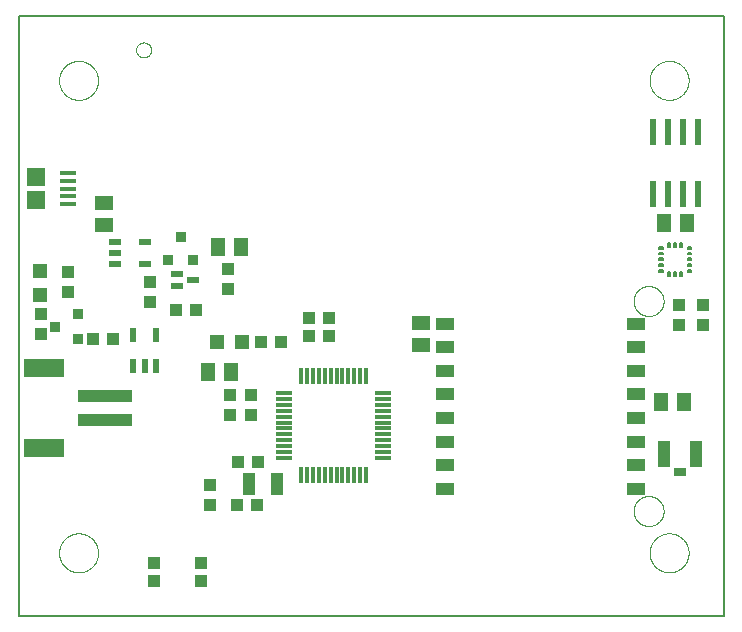
<source format=gtp>
G75*
%MOIN*%
%OFA0B0*%
%FSLAX25Y25*%
%IPPOS*%
%LPD*%
%AMOC8*
5,1,8,0,0,1.08239X$1,22.5*
%
%ADD10C,0.00000*%
%ADD11C,0.00600*%
%ADD12R,0.05906X0.04882*%
%ADD13R,0.03937X0.04331*%
%ADD14R,0.04882X0.05906*%
%ADD15R,0.04724X0.04724*%
%ADD16R,0.04331X0.03937*%
%ADD17R,0.03937X0.03937*%
%ADD18R,0.18110X0.03937*%
%ADD19R,0.13386X0.06299*%
%ADD20R,0.02165X0.04724*%
%ADD21R,0.04331X0.07480*%
%ADD22R,0.04134X0.02165*%
%ADD23R,0.04331X0.01969*%
%ADD24R,0.01181X0.05709*%
%ADD25R,0.05709X0.01181*%
%ADD26R,0.05906X0.03937*%
%ADD27R,0.04134X0.08661*%
%ADD28R,0.03937X0.03150*%
%ADD29C,0.00730*%
%ADD30R,0.02362X0.08661*%
%ADD31R,0.05315X0.01575*%
%ADD32R,0.05906X0.05906*%
%ADD33R,0.03500X0.03200*%
%ADD34R,0.03200X0.03500*%
D10*
X0052595Y0077996D02*
X0052597Y0078157D01*
X0052603Y0078317D01*
X0052613Y0078478D01*
X0052627Y0078638D01*
X0052645Y0078798D01*
X0052666Y0078957D01*
X0052692Y0079116D01*
X0052722Y0079274D01*
X0052755Y0079431D01*
X0052793Y0079588D01*
X0052834Y0079743D01*
X0052879Y0079897D01*
X0052928Y0080050D01*
X0052981Y0080202D01*
X0053037Y0080353D01*
X0053098Y0080502D01*
X0053161Y0080650D01*
X0053229Y0080796D01*
X0053300Y0080940D01*
X0053374Y0081082D01*
X0053452Y0081223D01*
X0053534Y0081361D01*
X0053619Y0081498D01*
X0053707Y0081632D01*
X0053799Y0081764D01*
X0053894Y0081894D01*
X0053992Y0082022D01*
X0054093Y0082147D01*
X0054197Y0082269D01*
X0054304Y0082389D01*
X0054414Y0082506D01*
X0054527Y0082621D01*
X0054643Y0082732D01*
X0054762Y0082841D01*
X0054883Y0082946D01*
X0055007Y0083049D01*
X0055133Y0083149D01*
X0055261Y0083245D01*
X0055392Y0083338D01*
X0055526Y0083428D01*
X0055661Y0083515D01*
X0055799Y0083598D01*
X0055938Y0083678D01*
X0056080Y0083754D01*
X0056223Y0083827D01*
X0056368Y0083896D01*
X0056515Y0083962D01*
X0056663Y0084024D01*
X0056813Y0084082D01*
X0056964Y0084137D01*
X0057117Y0084188D01*
X0057271Y0084235D01*
X0057426Y0084278D01*
X0057582Y0084317D01*
X0057738Y0084353D01*
X0057896Y0084384D01*
X0058054Y0084412D01*
X0058213Y0084436D01*
X0058373Y0084456D01*
X0058533Y0084472D01*
X0058693Y0084484D01*
X0058854Y0084492D01*
X0059015Y0084496D01*
X0059175Y0084496D01*
X0059336Y0084492D01*
X0059497Y0084484D01*
X0059657Y0084472D01*
X0059817Y0084456D01*
X0059977Y0084436D01*
X0060136Y0084412D01*
X0060294Y0084384D01*
X0060452Y0084353D01*
X0060608Y0084317D01*
X0060764Y0084278D01*
X0060919Y0084235D01*
X0061073Y0084188D01*
X0061226Y0084137D01*
X0061377Y0084082D01*
X0061527Y0084024D01*
X0061675Y0083962D01*
X0061822Y0083896D01*
X0061967Y0083827D01*
X0062110Y0083754D01*
X0062252Y0083678D01*
X0062391Y0083598D01*
X0062529Y0083515D01*
X0062664Y0083428D01*
X0062798Y0083338D01*
X0062929Y0083245D01*
X0063057Y0083149D01*
X0063183Y0083049D01*
X0063307Y0082946D01*
X0063428Y0082841D01*
X0063547Y0082732D01*
X0063663Y0082621D01*
X0063776Y0082506D01*
X0063886Y0082389D01*
X0063993Y0082269D01*
X0064097Y0082147D01*
X0064198Y0082022D01*
X0064296Y0081894D01*
X0064391Y0081764D01*
X0064483Y0081632D01*
X0064571Y0081498D01*
X0064656Y0081361D01*
X0064738Y0081223D01*
X0064816Y0081082D01*
X0064890Y0080940D01*
X0064961Y0080796D01*
X0065029Y0080650D01*
X0065092Y0080502D01*
X0065153Y0080353D01*
X0065209Y0080202D01*
X0065262Y0080050D01*
X0065311Y0079897D01*
X0065356Y0079743D01*
X0065397Y0079588D01*
X0065435Y0079431D01*
X0065468Y0079274D01*
X0065498Y0079116D01*
X0065524Y0078957D01*
X0065545Y0078798D01*
X0065563Y0078638D01*
X0065577Y0078478D01*
X0065587Y0078317D01*
X0065593Y0078157D01*
X0065595Y0077996D01*
X0065593Y0077835D01*
X0065587Y0077675D01*
X0065577Y0077514D01*
X0065563Y0077354D01*
X0065545Y0077194D01*
X0065524Y0077035D01*
X0065498Y0076876D01*
X0065468Y0076718D01*
X0065435Y0076561D01*
X0065397Y0076404D01*
X0065356Y0076249D01*
X0065311Y0076095D01*
X0065262Y0075942D01*
X0065209Y0075790D01*
X0065153Y0075639D01*
X0065092Y0075490D01*
X0065029Y0075342D01*
X0064961Y0075196D01*
X0064890Y0075052D01*
X0064816Y0074910D01*
X0064738Y0074769D01*
X0064656Y0074631D01*
X0064571Y0074494D01*
X0064483Y0074360D01*
X0064391Y0074228D01*
X0064296Y0074098D01*
X0064198Y0073970D01*
X0064097Y0073845D01*
X0063993Y0073723D01*
X0063886Y0073603D01*
X0063776Y0073486D01*
X0063663Y0073371D01*
X0063547Y0073260D01*
X0063428Y0073151D01*
X0063307Y0073046D01*
X0063183Y0072943D01*
X0063057Y0072843D01*
X0062929Y0072747D01*
X0062798Y0072654D01*
X0062664Y0072564D01*
X0062529Y0072477D01*
X0062391Y0072394D01*
X0062252Y0072314D01*
X0062110Y0072238D01*
X0061967Y0072165D01*
X0061822Y0072096D01*
X0061675Y0072030D01*
X0061527Y0071968D01*
X0061377Y0071910D01*
X0061226Y0071855D01*
X0061073Y0071804D01*
X0060919Y0071757D01*
X0060764Y0071714D01*
X0060608Y0071675D01*
X0060452Y0071639D01*
X0060294Y0071608D01*
X0060136Y0071580D01*
X0059977Y0071556D01*
X0059817Y0071536D01*
X0059657Y0071520D01*
X0059497Y0071508D01*
X0059336Y0071500D01*
X0059175Y0071496D01*
X0059015Y0071496D01*
X0058854Y0071500D01*
X0058693Y0071508D01*
X0058533Y0071520D01*
X0058373Y0071536D01*
X0058213Y0071556D01*
X0058054Y0071580D01*
X0057896Y0071608D01*
X0057738Y0071639D01*
X0057582Y0071675D01*
X0057426Y0071714D01*
X0057271Y0071757D01*
X0057117Y0071804D01*
X0056964Y0071855D01*
X0056813Y0071910D01*
X0056663Y0071968D01*
X0056515Y0072030D01*
X0056368Y0072096D01*
X0056223Y0072165D01*
X0056080Y0072238D01*
X0055938Y0072314D01*
X0055799Y0072394D01*
X0055661Y0072477D01*
X0055526Y0072564D01*
X0055392Y0072654D01*
X0055261Y0072747D01*
X0055133Y0072843D01*
X0055007Y0072943D01*
X0054883Y0073046D01*
X0054762Y0073151D01*
X0054643Y0073260D01*
X0054527Y0073371D01*
X0054414Y0073486D01*
X0054304Y0073603D01*
X0054197Y0073723D01*
X0054093Y0073845D01*
X0053992Y0073970D01*
X0053894Y0074098D01*
X0053799Y0074228D01*
X0053707Y0074360D01*
X0053619Y0074494D01*
X0053534Y0074631D01*
X0053452Y0074769D01*
X0053374Y0074910D01*
X0053300Y0075052D01*
X0053229Y0075196D01*
X0053161Y0075342D01*
X0053098Y0075490D01*
X0053037Y0075639D01*
X0052981Y0075790D01*
X0052928Y0075942D01*
X0052879Y0076095D01*
X0052834Y0076249D01*
X0052793Y0076404D01*
X0052755Y0076561D01*
X0052722Y0076718D01*
X0052692Y0076876D01*
X0052666Y0077035D01*
X0052645Y0077194D01*
X0052627Y0077354D01*
X0052613Y0077514D01*
X0052603Y0077675D01*
X0052597Y0077835D01*
X0052595Y0077996D01*
X0052595Y0235476D02*
X0052597Y0235637D01*
X0052603Y0235797D01*
X0052613Y0235958D01*
X0052627Y0236118D01*
X0052645Y0236278D01*
X0052666Y0236437D01*
X0052692Y0236596D01*
X0052722Y0236754D01*
X0052755Y0236911D01*
X0052793Y0237068D01*
X0052834Y0237223D01*
X0052879Y0237377D01*
X0052928Y0237530D01*
X0052981Y0237682D01*
X0053037Y0237833D01*
X0053098Y0237982D01*
X0053161Y0238130D01*
X0053229Y0238276D01*
X0053300Y0238420D01*
X0053374Y0238562D01*
X0053452Y0238703D01*
X0053534Y0238841D01*
X0053619Y0238978D01*
X0053707Y0239112D01*
X0053799Y0239244D01*
X0053894Y0239374D01*
X0053992Y0239502D01*
X0054093Y0239627D01*
X0054197Y0239749D01*
X0054304Y0239869D01*
X0054414Y0239986D01*
X0054527Y0240101D01*
X0054643Y0240212D01*
X0054762Y0240321D01*
X0054883Y0240426D01*
X0055007Y0240529D01*
X0055133Y0240629D01*
X0055261Y0240725D01*
X0055392Y0240818D01*
X0055526Y0240908D01*
X0055661Y0240995D01*
X0055799Y0241078D01*
X0055938Y0241158D01*
X0056080Y0241234D01*
X0056223Y0241307D01*
X0056368Y0241376D01*
X0056515Y0241442D01*
X0056663Y0241504D01*
X0056813Y0241562D01*
X0056964Y0241617D01*
X0057117Y0241668D01*
X0057271Y0241715D01*
X0057426Y0241758D01*
X0057582Y0241797D01*
X0057738Y0241833D01*
X0057896Y0241864D01*
X0058054Y0241892D01*
X0058213Y0241916D01*
X0058373Y0241936D01*
X0058533Y0241952D01*
X0058693Y0241964D01*
X0058854Y0241972D01*
X0059015Y0241976D01*
X0059175Y0241976D01*
X0059336Y0241972D01*
X0059497Y0241964D01*
X0059657Y0241952D01*
X0059817Y0241936D01*
X0059977Y0241916D01*
X0060136Y0241892D01*
X0060294Y0241864D01*
X0060452Y0241833D01*
X0060608Y0241797D01*
X0060764Y0241758D01*
X0060919Y0241715D01*
X0061073Y0241668D01*
X0061226Y0241617D01*
X0061377Y0241562D01*
X0061527Y0241504D01*
X0061675Y0241442D01*
X0061822Y0241376D01*
X0061967Y0241307D01*
X0062110Y0241234D01*
X0062252Y0241158D01*
X0062391Y0241078D01*
X0062529Y0240995D01*
X0062664Y0240908D01*
X0062798Y0240818D01*
X0062929Y0240725D01*
X0063057Y0240629D01*
X0063183Y0240529D01*
X0063307Y0240426D01*
X0063428Y0240321D01*
X0063547Y0240212D01*
X0063663Y0240101D01*
X0063776Y0239986D01*
X0063886Y0239869D01*
X0063993Y0239749D01*
X0064097Y0239627D01*
X0064198Y0239502D01*
X0064296Y0239374D01*
X0064391Y0239244D01*
X0064483Y0239112D01*
X0064571Y0238978D01*
X0064656Y0238841D01*
X0064738Y0238703D01*
X0064816Y0238562D01*
X0064890Y0238420D01*
X0064961Y0238276D01*
X0065029Y0238130D01*
X0065092Y0237982D01*
X0065153Y0237833D01*
X0065209Y0237682D01*
X0065262Y0237530D01*
X0065311Y0237377D01*
X0065356Y0237223D01*
X0065397Y0237068D01*
X0065435Y0236911D01*
X0065468Y0236754D01*
X0065498Y0236596D01*
X0065524Y0236437D01*
X0065545Y0236278D01*
X0065563Y0236118D01*
X0065577Y0235958D01*
X0065587Y0235797D01*
X0065593Y0235637D01*
X0065595Y0235476D01*
X0065593Y0235315D01*
X0065587Y0235155D01*
X0065577Y0234994D01*
X0065563Y0234834D01*
X0065545Y0234674D01*
X0065524Y0234515D01*
X0065498Y0234356D01*
X0065468Y0234198D01*
X0065435Y0234041D01*
X0065397Y0233884D01*
X0065356Y0233729D01*
X0065311Y0233575D01*
X0065262Y0233422D01*
X0065209Y0233270D01*
X0065153Y0233119D01*
X0065092Y0232970D01*
X0065029Y0232822D01*
X0064961Y0232676D01*
X0064890Y0232532D01*
X0064816Y0232390D01*
X0064738Y0232249D01*
X0064656Y0232111D01*
X0064571Y0231974D01*
X0064483Y0231840D01*
X0064391Y0231708D01*
X0064296Y0231578D01*
X0064198Y0231450D01*
X0064097Y0231325D01*
X0063993Y0231203D01*
X0063886Y0231083D01*
X0063776Y0230966D01*
X0063663Y0230851D01*
X0063547Y0230740D01*
X0063428Y0230631D01*
X0063307Y0230526D01*
X0063183Y0230423D01*
X0063057Y0230323D01*
X0062929Y0230227D01*
X0062798Y0230134D01*
X0062664Y0230044D01*
X0062529Y0229957D01*
X0062391Y0229874D01*
X0062252Y0229794D01*
X0062110Y0229718D01*
X0061967Y0229645D01*
X0061822Y0229576D01*
X0061675Y0229510D01*
X0061527Y0229448D01*
X0061377Y0229390D01*
X0061226Y0229335D01*
X0061073Y0229284D01*
X0060919Y0229237D01*
X0060764Y0229194D01*
X0060608Y0229155D01*
X0060452Y0229119D01*
X0060294Y0229088D01*
X0060136Y0229060D01*
X0059977Y0229036D01*
X0059817Y0229016D01*
X0059657Y0229000D01*
X0059497Y0228988D01*
X0059336Y0228980D01*
X0059175Y0228976D01*
X0059015Y0228976D01*
X0058854Y0228980D01*
X0058693Y0228988D01*
X0058533Y0229000D01*
X0058373Y0229016D01*
X0058213Y0229036D01*
X0058054Y0229060D01*
X0057896Y0229088D01*
X0057738Y0229119D01*
X0057582Y0229155D01*
X0057426Y0229194D01*
X0057271Y0229237D01*
X0057117Y0229284D01*
X0056964Y0229335D01*
X0056813Y0229390D01*
X0056663Y0229448D01*
X0056515Y0229510D01*
X0056368Y0229576D01*
X0056223Y0229645D01*
X0056080Y0229718D01*
X0055938Y0229794D01*
X0055799Y0229874D01*
X0055661Y0229957D01*
X0055526Y0230044D01*
X0055392Y0230134D01*
X0055261Y0230227D01*
X0055133Y0230323D01*
X0055007Y0230423D01*
X0054883Y0230526D01*
X0054762Y0230631D01*
X0054643Y0230740D01*
X0054527Y0230851D01*
X0054414Y0230966D01*
X0054304Y0231083D01*
X0054197Y0231203D01*
X0054093Y0231325D01*
X0053992Y0231450D01*
X0053894Y0231578D01*
X0053799Y0231708D01*
X0053707Y0231840D01*
X0053619Y0231974D01*
X0053534Y0232111D01*
X0053452Y0232249D01*
X0053374Y0232390D01*
X0053300Y0232532D01*
X0053229Y0232676D01*
X0053161Y0232822D01*
X0053098Y0232970D01*
X0053037Y0233119D01*
X0052981Y0233270D01*
X0052928Y0233422D01*
X0052879Y0233575D01*
X0052834Y0233729D01*
X0052793Y0233884D01*
X0052755Y0234041D01*
X0052722Y0234198D01*
X0052692Y0234356D01*
X0052666Y0234515D01*
X0052645Y0234674D01*
X0052627Y0234834D01*
X0052613Y0234994D01*
X0052603Y0235155D01*
X0052597Y0235315D01*
X0052595Y0235476D01*
X0078268Y0245630D02*
X0078270Y0245729D01*
X0078276Y0245829D01*
X0078286Y0245928D01*
X0078300Y0246026D01*
X0078317Y0246124D01*
X0078339Y0246221D01*
X0078364Y0246317D01*
X0078393Y0246412D01*
X0078426Y0246506D01*
X0078463Y0246598D01*
X0078503Y0246689D01*
X0078547Y0246778D01*
X0078595Y0246866D01*
X0078646Y0246951D01*
X0078700Y0247034D01*
X0078757Y0247116D01*
X0078818Y0247194D01*
X0078882Y0247271D01*
X0078948Y0247344D01*
X0079018Y0247415D01*
X0079090Y0247483D01*
X0079165Y0247549D01*
X0079243Y0247611D01*
X0079323Y0247670D01*
X0079405Y0247726D01*
X0079489Y0247778D01*
X0079576Y0247827D01*
X0079664Y0247873D01*
X0079754Y0247915D01*
X0079846Y0247954D01*
X0079939Y0247989D01*
X0080033Y0248020D01*
X0080129Y0248047D01*
X0080226Y0248070D01*
X0080323Y0248090D01*
X0080421Y0248106D01*
X0080520Y0248118D01*
X0080619Y0248126D01*
X0080718Y0248130D01*
X0080818Y0248130D01*
X0080917Y0248126D01*
X0081016Y0248118D01*
X0081115Y0248106D01*
X0081213Y0248090D01*
X0081310Y0248070D01*
X0081407Y0248047D01*
X0081503Y0248020D01*
X0081597Y0247989D01*
X0081690Y0247954D01*
X0081782Y0247915D01*
X0081872Y0247873D01*
X0081960Y0247827D01*
X0082047Y0247778D01*
X0082131Y0247726D01*
X0082213Y0247670D01*
X0082293Y0247611D01*
X0082371Y0247549D01*
X0082446Y0247483D01*
X0082518Y0247415D01*
X0082588Y0247344D01*
X0082654Y0247271D01*
X0082718Y0247194D01*
X0082779Y0247116D01*
X0082836Y0247034D01*
X0082890Y0246951D01*
X0082941Y0246866D01*
X0082989Y0246778D01*
X0083033Y0246689D01*
X0083073Y0246598D01*
X0083110Y0246506D01*
X0083143Y0246412D01*
X0083172Y0246317D01*
X0083197Y0246221D01*
X0083219Y0246124D01*
X0083236Y0246026D01*
X0083250Y0245928D01*
X0083260Y0245829D01*
X0083266Y0245729D01*
X0083268Y0245630D01*
X0083266Y0245531D01*
X0083260Y0245431D01*
X0083250Y0245332D01*
X0083236Y0245234D01*
X0083219Y0245136D01*
X0083197Y0245039D01*
X0083172Y0244943D01*
X0083143Y0244848D01*
X0083110Y0244754D01*
X0083073Y0244662D01*
X0083033Y0244571D01*
X0082989Y0244482D01*
X0082941Y0244394D01*
X0082890Y0244309D01*
X0082836Y0244226D01*
X0082779Y0244144D01*
X0082718Y0244066D01*
X0082654Y0243989D01*
X0082588Y0243916D01*
X0082518Y0243845D01*
X0082446Y0243777D01*
X0082371Y0243711D01*
X0082293Y0243649D01*
X0082213Y0243590D01*
X0082131Y0243534D01*
X0082047Y0243482D01*
X0081960Y0243433D01*
X0081872Y0243387D01*
X0081782Y0243345D01*
X0081690Y0243306D01*
X0081597Y0243271D01*
X0081503Y0243240D01*
X0081407Y0243213D01*
X0081310Y0243190D01*
X0081213Y0243170D01*
X0081115Y0243154D01*
X0081016Y0243142D01*
X0080917Y0243134D01*
X0080818Y0243130D01*
X0080718Y0243130D01*
X0080619Y0243134D01*
X0080520Y0243142D01*
X0080421Y0243154D01*
X0080323Y0243170D01*
X0080226Y0243190D01*
X0080129Y0243213D01*
X0080033Y0243240D01*
X0079939Y0243271D01*
X0079846Y0243306D01*
X0079754Y0243345D01*
X0079664Y0243387D01*
X0079576Y0243433D01*
X0079489Y0243482D01*
X0079405Y0243534D01*
X0079323Y0243590D01*
X0079243Y0243649D01*
X0079165Y0243711D01*
X0079090Y0243777D01*
X0079018Y0243845D01*
X0078948Y0243916D01*
X0078882Y0243989D01*
X0078818Y0244066D01*
X0078757Y0244144D01*
X0078700Y0244226D01*
X0078646Y0244309D01*
X0078595Y0244394D01*
X0078547Y0244482D01*
X0078503Y0244571D01*
X0078463Y0244662D01*
X0078426Y0244754D01*
X0078393Y0244848D01*
X0078364Y0244943D01*
X0078339Y0245039D01*
X0078317Y0245136D01*
X0078300Y0245234D01*
X0078286Y0245332D01*
X0078276Y0245431D01*
X0078270Y0245531D01*
X0078268Y0245630D01*
X0244095Y0161933D02*
X0244097Y0162074D01*
X0244103Y0162215D01*
X0244113Y0162355D01*
X0244127Y0162495D01*
X0244145Y0162635D01*
X0244166Y0162774D01*
X0244192Y0162913D01*
X0244221Y0163051D01*
X0244255Y0163187D01*
X0244292Y0163323D01*
X0244333Y0163458D01*
X0244378Y0163592D01*
X0244427Y0163724D01*
X0244479Y0163855D01*
X0244535Y0163984D01*
X0244595Y0164111D01*
X0244658Y0164237D01*
X0244724Y0164361D01*
X0244795Y0164484D01*
X0244868Y0164604D01*
X0244945Y0164722D01*
X0245025Y0164838D01*
X0245109Y0164951D01*
X0245195Y0165062D01*
X0245285Y0165171D01*
X0245378Y0165277D01*
X0245473Y0165380D01*
X0245572Y0165481D01*
X0245673Y0165579D01*
X0245777Y0165674D01*
X0245884Y0165766D01*
X0245993Y0165855D01*
X0246105Y0165940D01*
X0246219Y0166023D01*
X0246335Y0166103D01*
X0246454Y0166179D01*
X0246575Y0166251D01*
X0246697Y0166321D01*
X0246822Y0166386D01*
X0246948Y0166449D01*
X0247076Y0166507D01*
X0247206Y0166562D01*
X0247337Y0166614D01*
X0247470Y0166661D01*
X0247604Y0166705D01*
X0247739Y0166746D01*
X0247875Y0166782D01*
X0248012Y0166814D01*
X0248150Y0166843D01*
X0248288Y0166868D01*
X0248428Y0166888D01*
X0248568Y0166905D01*
X0248708Y0166918D01*
X0248849Y0166927D01*
X0248989Y0166932D01*
X0249130Y0166933D01*
X0249271Y0166930D01*
X0249412Y0166923D01*
X0249552Y0166912D01*
X0249692Y0166897D01*
X0249832Y0166878D01*
X0249971Y0166856D01*
X0250109Y0166829D01*
X0250247Y0166799D01*
X0250383Y0166764D01*
X0250519Y0166726D01*
X0250653Y0166684D01*
X0250787Y0166638D01*
X0250919Y0166589D01*
X0251049Y0166535D01*
X0251178Y0166478D01*
X0251305Y0166418D01*
X0251431Y0166354D01*
X0251554Y0166286D01*
X0251676Y0166215D01*
X0251796Y0166141D01*
X0251913Y0166063D01*
X0252028Y0165982D01*
X0252141Y0165898D01*
X0252252Y0165811D01*
X0252360Y0165720D01*
X0252465Y0165627D01*
X0252568Y0165530D01*
X0252668Y0165431D01*
X0252765Y0165329D01*
X0252859Y0165224D01*
X0252950Y0165117D01*
X0253038Y0165007D01*
X0253123Y0164895D01*
X0253205Y0164780D01*
X0253284Y0164663D01*
X0253359Y0164544D01*
X0253431Y0164423D01*
X0253499Y0164300D01*
X0253564Y0164175D01*
X0253626Y0164048D01*
X0253683Y0163919D01*
X0253738Y0163789D01*
X0253788Y0163658D01*
X0253835Y0163525D01*
X0253878Y0163391D01*
X0253917Y0163255D01*
X0253952Y0163119D01*
X0253984Y0162982D01*
X0254011Y0162844D01*
X0254035Y0162705D01*
X0254055Y0162565D01*
X0254071Y0162425D01*
X0254083Y0162285D01*
X0254091Y0162144D01*
X0254095Y0162003D01*
X0254095Y0161863D01*
X0254091Y0161722D01*
X0254083Y0161581D01*
X0254071Y0161441D01*
X0254055Y0161301D01*
X0254035Y0161161D01*
X0254011Y0161022D01*
X0253984Y0160884D01*
X0253952Y0160747D01*
X0253917Y0160611D01*
X0253878Y0160475D01*
X0253835Y0160341D01*
X0253788Y0160208D01*
X0253738Y0160077D01*
X0253683Y0159947D01*
X0253626Y0159818D01*
X0253564Y0159691D01*
X0253499Y0159566D01*
X0253431Y0159443D01*
X0253359Y0159322D01*
X0253284Y0159203D01*
X0253205Y0159086D01*
X0253123Y0158971D01*
X0253038Y0158859D01*
X0252950Y0158749D01*
X0252859Y0158642D01*
X0252765Y0158537D01*
X0252668Y0158435D01*
X0252568Y0158336D01*
X0252465Y0158239D01*
X0252360Y0158146D01*
X0252252Y0158055D01*
X0252141Y0157968D01*
X0252028Y0157884D01*
X0251913Y0157803D01*
X0251796Y0157725D01*
X0251676Y0157651D01*
X0251554Y0157580D01*
X0251431Y0157512D01*
X0251305Y0157448D01*
X0251178Y0157388D01*
X0251049Y0157331D01*
X0250919Y0157277D01*
X0250787Y0157228D01*
X0250653Y0157182D01*
X0250519Y0157140D01*
X0250383Y0157102D01*
X0250247Y0157067D01*
X0250109Y0157037D01*
X0249971Y0157010D01*
X0249832Y0156988D01*
X0249692Y0156969D01*
X0249552Y0156954D01*
X0249412Y0156943D01*
X0249271Y0156936D01*
X0249130Y0156933D01*
X0248989Y0156934D01*
X0248849Y0156939D01*
X0248708Y0156948D01*
X0248568Y0156961D01*
X0248428Y0156978D01*
X0248288Y0156998D01*
X0248150Y0157023D01*
X0248012Y0157052D01*
X0247875Y0157084D01*
X0247739Y0157120D01*
X0247604Y0157161D01*
X0247470Y0157205D01*
X0247337Y0157252D01*
X0247206Y0157304D01*
X0247076Y0157359D01*
X0246948Y0157417D01*
X0246822Y0157480D01*
X0246697Y0157545D01*
X0246575Y0157615D01*
X0246454Y0157687D01*
X0246335Y0157763D01*
X0246219Y0157843D01*
X0246105Y0157926D01*
X0245993Y0158011D01*
X0245884Y0158100D01*
X0245777Y0158192D01*
X0245673Y0158287D01*
X0245572Y0158385D01*
X0245473Y0158486D01*
X0245378Y0158589D01*
X0245285Y0158695D01*
X0245195Y0158804D01*
X0245109Y0158915D01*
X0245025Y0159028D01*
X0244945Y0159144D01*
X0244868Y0159262D01*
X0244795Y0159382D01*
X0244724Y0159505D01*
X0244658Y0159629D01*
X0244595Y0159755D01*
X0244535Y0159882D01*
X0244479Y0160011D01*
X0244427Y0160142D01*
X0244378Y0160274D01*
X0244333Y0160408D01*
X0244292Y0160543D01*
X0244255Y0160679D01*
X0244221Y0160815D01*
X0244192Y0160953D01*
X0244166Y0161092D01*
X0244145Y0161231D01*
X0244127Y0161371D01*
X0244113Y0161511D01*
X0244103Y0161651D01*
X0244097Y0161792D01*
X0244095Y0161933D01*
X0244095Y0091933D02*
X0244097Y0092074D01*
X0244103Y0092215D01*
X0244113Y0092355D01*
X0244127Y0092495D01*
X0244145Y0092635D01*
X0244166Y0092774D01*
X0244192Y0092913D01*
X0244221Y0093051D01*
X0244255Y0093187D01*
X0244292Y0093323D01*
X0244333Y0093458D01*
X0244378Y0093592D01*
X0244427Y0093724D01*
X0244479Y0093855D01*
X0244535Y0093984D01*
X0244595Y0094111D01*
X0244658Y0094237D01*
X0244724Y0094361D01*
X0244795Y0094484D01*
X0244868Y0094604D01*
X0244945Y0094722D01*
X0245025Y0094838D01*
X0245109Y0094951D01*
X0245195Y0095062D01*
X0245285Y0095171D01*
X0245378Y0095277D01*
X0245473Y0095380D01*
X0245572Y0095481D01*
X0245673Y0095579D01*
X0245777Y0095674D01*
X0245884Y0095766D01*
X0245993Y0095855D01*
X0246105Y0095940D01*
X0246219Y0096023D01*
X0246335Y0096103D01*
X0246454Y0096179D01*
X0246575Y0096251D01*
X0246697Y0096321D01*
X0246822Y0096386D01*
X0246948Y0096449D01*
X0247076Y0096507D01*
X0247206Y0096562D01*
X0247337Y0096614D01*
X0247470Y0096661D01*
X0247604Y0096705D01*
X0247739Y0096746D01*
X0247875Y0096782D01*
X0248012Y0096814D01*
X0248150Y0096843D01*
X0248288Y0096868D01*
X0248428Y0096888D01*
X0248568Y0096905D01*
X0248708Y0096918D01*
X0248849Y0096927D01*
X0248989Y0096932D01*
X0249130Y0096933D01*
X0249271Y0096930D01*
X0249412Y0096923D01*
X0249552Y0096912D01*
X0249692Y0096897D01*
X0249832Y0096878D01*
X0249971Y0096856D01*
X0250109Y0096829D01*
X0250247Y0096799D01*
X0250383Y0096764D01*
X0250519Y0096726D01*
X0250653Y0096684D01*
X0250787Y0096638D01*
X0250919Y0096589D01*
X0251049Y0096535D01*
X0251178Y0096478D01*
X0251305Y0096418D01*
X0251431Y0096354D01*
X0251554Y0096286D01*
X0251676Y0096215D01*
X0251796Y0096141D01*
X0251913Y0096063D01*
X0252028Y0095982D01*
X0252141Y0095898D01*
X0252252Y0095811D01*
X0252360Y0095720D01*
X0252465Y0095627D01*
X0252568Y0095530D01*
X0252668Y0095431D01*
X0252765Y0095329D01*
X0252859Y0095224D01*
X0252950Y0095117D01*
X0253038Y0095007D01*
X0253123Y0094895D01*
X0253205Y0094780D01*
X0253284Y0094663D01*
X0253359Y0094544D01*
X0253431Y0094423D01*
X0253499Y0094300D01*
X0253564Y0094175D01*
X0253626Y0094048D01*
X0253683Y0093919D01*
X0253738Y0093789D01*
X0253788Y0093658D01*
X0253835Y0093525D01*
X0253878Y0093391D01*
X0253917Y0093255D01*
X0253952Y0093119D01*
X0253984Y0092982D01*
X0254011Y0092844D01*
X0254035Y0092705D01*
X0254055Y0092565D01*
X0254071Y0092425D01*
X0254083Y0092285D01*
X0254091Y0092144D01*
X0254095Y0092003D01*
X0254095Y0091863D01*
X0254091Y0091722D01*
X0254083Y0091581D01*
X0254071Y0091441D01*
X0254055Y0091301D01*
X0254035Y0091161D01*
X0254011Y0091022D01*
X0253984Y0090884D01*
X0253952Y0090747D01*
X0253917Y0090611D01*
X0253878Y0090475D01*
X0253835Y0090341D01*
X0253788Y0090208D01*
X0253738Y0090077D01*
X0253683Y0089947D01*
X0253626Y0089818D01*
X0253564Y0089691D01*
X0253499Y0089566D01*
X0253431Y0089443D01*
X0253359Y0089322D01*
X0253284Y0089203D01*
X0253205Y0089086D01*
X0253123Y0088971D01*
X0253038Y0088859D01*
X0252950Y0088749D01*
X0252859Y0088642D01*
X0252765Y0088537D01*
X0252668Y0088435D01*
X0252568Y0088336D01*
X0252465Y0088239D01*
X0252360Y0088146D01*
X0252252Y0088055D01*
X0252141Y0087968D01*
X0252028Y0087884D01*
X0251913Y0087803D01*
X0251796Y0087725D01*
X0251676Y0087651D01*
X0251554Y0087580D01*
X0251431Y0087512D01*
X0251305Y0087448D01*
X0251178Y0087388D01*
X0251049Y0087331D01*
X0250919Y0087277D01*
X0250787Y0087228D01*
X0250653Y0087182D01*
X0250519Y0087140D01*
X0250383Y0087102D01*
X0250247Y0087067D01*
X0250109Y0087037D01*
X0249971Y0087010D01*
X0249832Y0086988D01*
X0249692Y0086969D01*
X0249552Y0086954D01*
X0249412Y0086943D01*
X0249271Y0086936D01*
X0249130Y0086933D01*
X0248989Y0086934D01*
X0248849Y0086939D01*
X0248708Y0086948D01*
X0248568Y0086961D01*
X0248428Y0086978D01*
X0248288Y0086998D01*
X0248150Y0087023D01*
X0248012Y0087052D01*
X0247875Y0087084D01*
X0247739Y0087120D01*
X0247604Y0087161D01*
X0247470Y0087205D01*
X0247337Y0087252D01*
X0247206Y0087304D01*
X0247076Y0087359D01*
X0246948Y0087417D01*
X0246822Y0087480D01*
X0246697Y0087545D01*
X0246575Y0087615D01*
X0246454Y0087687D01*
X0246335Y0087763D01*
X0246219Y0087843D01*
X0246105Y0087926D01*
X0245993Y0088011D01*
X0245884Y0088100D01*
X0245777Y0088192D01*
X0245673Y0088287D01*
X0245572Y0088385D01*
X0245473Y0088486D01*
X0245378Y0088589D01*
X0245285Y0088695D01*
X0245195Y0088804D01*
X0245109Y0088915D01*
X0245025Y0089028D01*
X0244945Y0089144D01*
X0244868Y0089262D01*
X0244795Y0089382D01*
X0244724Y0089505D01*
X0244658Y0089629D01*
X0244595Y0089755D01*
X0244535Y0089882D01*
X0244479Y0090011D01*
X0244427Y0090142D01*
X0244378Y0090274D01*
X0244333Y0090408D01*
X0244292Y0090543D01*
X0244255Y0090679D01*
X0244221Y0090815D01*
X0244192Y0090953D01*
X0244166Y0091092D01*
X0244145Y0091231D01*
X0244127Y0091371D01*
X0244113Y0091511D01*
X0244103Y0091651D01*
X0244097Y0091792D01*
X0244095Y0091933D01*
X0249446Y0077996D02*
X0249448Y0078157D01*
X0249454Y0078317D01*
X0249464Y0078478D01*
X0249478Y0078638D01*
X0249496Y0078798D01*
X0249517Y0078957D01*
X0249543Y0079116D01*
X0249573Y0079274D01*
X0249606Y0079431D01*
X0249644Y0079588D01*
X0249685Y0079743D01*
X0249730Y0079897D01*
X0249779Y0080050D01*
X0249832Y0080202D01*
X0249888Y0080353D01*
X0249949Y0080502D01*
X0250012Y0080650D01*
X0250080Y0080796D01*
X0250151Y0080940D01*
X0250225Y0081082D01*
X0250303Y0081223D01*
X0250385Y0081361D01*
X0250470Y0081498D01*
X0250558Y0081632D01*
X0250650Y0081764D01*
X0250745Y0081894D01*
X0250843Y0082022D01*
X0250944Y0082147D01*
X0251048Y0082269D01*
X0251155Y0082389D01*
X0251265Y0082506D01*
X0251378Y0082621D01*
X0251494Y0082732D01*
X0251613Y0082841D01*
X0251734Y0082946D01*
X0251858Y0083049D01*
X0251984Y0083149D01*
X0252112Y0083245D01*
X0252243Y0083338D01*
X0252377Y0083428D01*
X0252512Y0083515D01*
X0252650Y0083598D01*
X0252789Y0083678D01*
X0252931Y0083754D01*
X0253074Y0083827D01*
X0253219Y0083896D01*
X0253366Y0083962D01*
X0253514Y0084024D01*
X0253664Y0084082D01*
X0253815Y0084137D01*
X0253968Y0084188D01*
X0254122Y0084235D01*
X0254277Y0084278D01*
X0254433Y0084317D01*
X0254589Y0084353D01*
X0254747Y0084384D01*
X0254905Y0084412D01*
X0255064Y0084436D01*
X0255224Y0084456D01*
X0255384Y0084472D01*
X0255544Y0084484D01*
X0255705Y0084492D01*
X0255866Y0084496D01*
X0256026Y0084496D01*
X0256187Y0084492D01*
X0256348Y0084484D01*
X0256508Y0084472D01*
X0256668Y0084456D01*
X0256828Y0084436D01*
X0256987Y0084412D01*
X0257145Y0084384D01*
X0257303Y0084353D01*
X0257459Y0084317D01*
X0257615Y0084278D01*
X0257770Y0084235D01*
X0257924Y0084188D01*
X0258077Y0084137D01*
X0258228Y0084082D01*
X0258378Y0084024D01*
X0258526Y0083962D01*
X0258673Y0083896D01*
X0258818Y0083827D01*
X0258961Y0083754D01*
X0259103Y0083678D01*
X0259242Y0083598D01*
X0259380Y0083515D01*
X0259515Y0083428D01*
X0259649Y0083338D01*
X0259780Y0083245D01*
X0259908Y0083149D01*
X0260034Y0083049D01*
X0260158Y0082946D01*
X0260279Y0082841D01*
X0260398Y0082732D01*
X0260514Y0082621D01*
X0260627Y0082506D01*
X0260737Y0082389D01*
X0260844Y0082269D01*
X0260948Y0082147D01*
X0261049Y0082022D01*
X0261147Y0081894D01*
X0261242Y0081764D01*
X0261334Y0081632D01*
X0261422Y0081498D01*
X0261507Y0081361D01*
X0261589Y0081223D01*
X0261667Y0081082D01*
X0261741Y0080940D01*
X0261812Y0080796D01*
X0261880Y0080650D01*
X0261943Y0080502D01*
X0262004Y0080353D01*
X0262060Y0080202D01*
X0262113Y0080050D01*
X0262162Y0079897D01*
X0262207Y0079743D01*
X0262248Y0079588D01*
X0262286Y0079431D01*
X0262319Y0079274D01*
X0262349Y0079116D01*
X0262375Y0078957D01*
X0262396Y0078798D01*
X0262414Y0078638D01*
X0262428Y0078478D01*
X0262438Y0078317D01*
X0262444Y0078157D01*
X0262446Y0077996D01*
X0262444Y0077835D01*
X0262438Y0077675D01*
X0262428Y0077514D01*
X0262414Y0077354D01*
X0262396Y0077194D01*
X0262375Y0077035D01*
X0262349Y0076876D01*
X0262319Y0076718D01*
X0262286Y0076561D01*
X0262248Y0076404D01*
X0262207Y0076249D01*
X0262162Y0076095D01*
X0262113Y0075942D01*
X0262060Y0075790D01*
X0262004Y0075639D01*
X0261943Y0075490D01*
X0261880Y0075342D01*
X0261812Y0075196D01*
X0261741Y0075052D01*
X0261667Y0074910D01*
X0261589Y0074769D01*
X0261507Y0074631D01*
X0261422Y0074494D01*
X0261334Y0074360D01*
X0261242Y0074228D01*
X0261147Y0074098D01*
X0261049Y0073970D01*
X0260948Y0073845D01*
X0260844Y0073723D01*
X0260737Y0073603D01*
X0260627Y0073486D01*
X0260514Y0073371D01*
X0260398Y0073260D01*
X0260279Y0073151D01*
X0260158Y0073046D01*
X0260034Y0072943D01*
X0259908Y0072843D01*
X0259780Y0072747D01*
X0259649Y0072654D01*
X0259515Y0072564D01*
X0259380Y0072477D01*
X0259242Y0072394D01*
X0259103Y0072314D01*
X0258961Y0072238D01*
X0258818Y0072165D01*
X0258673Y0072096D01*
X0258526Y0072030D01*
X0258378Y0071968D01*
X0258228Y0071910D01*
X0258077Y0071855D01*
X0257924Y0071804D01*
X0257770Y0071757D01*
X0257615Y0071714D01*
X0257459Y0071675D01*
X0257303Y0071639D01*
X0257145Y0071608D01*
X0256987Y0071580D01*
X0256828Y0071556D01*
X0256668Y0071536D01*
X0256508Y0071520D01*
X0256348Y0071508D01*
X0256187Y0071500D01*
X0256026Y0071496D01*
X0255866Y0071496D01*
X0255705Y0071500D01*
X0255544Y0071508D01*
X0255384Y0071520D01*
X0255224Y0071536D01*
X0255064Y0071556D01*
X0254905Y0071580D01*
X0254747Y0071608D01*
X0254589Y0071639D01*
X0254433Y0071675D01*
X0254277Y0071714D01*
X0254122Y0071757D01*
X0253968Y0071804D01*
X0253815Y0071855D01*
X0253664Y0071910D01*
X0253514Y0071968D01*
X0253366Y0072030D01*
X0253219Y0072096D01*
X0253074Y0072165D01*
X0252931Y0072238D01*
X0252789Y0072314D01*
X0252650Y0072394D01*
X0252512Y0072477D01*
X0252377Y0072564D01*
X0252243Y0072654D01*
X0252112Y0072747D01*
X0251984Y0072843D01*
X0251858Y0072943D01*
X0251734Y0073046D01*
X0251613Y0073151D01*
X0251494Y0073260D01*
X0251378Y0073371D01*
X0251265Y0073486D01*
X0251155Y0073603D01*
X0251048Y0073723D01*
X0250944Y0073845D01*
X0250843Y0073970D01*
X0250745Y0074098D01*
X0250650Y0074228D01*
X0250558Y0074360D01*
X0250470Y0074494D01*
X0250385Y0074631D01*
X0250303Y0074769D01*
X0250225Y0074910D01*
X0250151Y0075052D01*
X0250080Y0075196D01*
X0250012Y0075342D01*
X0249949Y0075490D01*
X0249888Y0075639D01*
X0249832Y0075790D01*
X0249779Y0075942D01*
X0249730Y0076095D01*
X0249685Y0076249D01*
X0249644Y0076404D01*
X0249606Y0076561D01*
X0249573Y0076718D01*
X0249543Y0076876D01*
X0249517Y0077035D01*
X0249496Y0077194D01*
X0249478Y0077354D01*
X0249464Y0077514D01*
X0249454Y0077675D01*
X0249448Y0077835D01*
X0249446Y0077996D01*
X0249446Y0235476D02*
X0249448Y0235637D01*
X0249454Y0235797D01*
X0249464Y0235958D01*
X0249478Y0236118D01*
X0249496Y0236278D01*
X0249517Y0236437D01*
X0249543Y0236596D01*
X0249573Y0236754D01*
X0249606Y0236911D01*
X0249644Y0237068D01*
X0249685Y0237223D01*
X0249730Y0237377D01*
X0249779Y0237530D01*
X0249832Y0237682D01*
X0249888Y0237833D01*
X0249949Y0237982D01*
X0250012Y0238130D01*
X0250080Y0238276D01*
X0250151Y0238420D01*
X0250225Y0238562D01*
X0250303Y0238703D01*
X0250385Y0238841D01*
X0250470Y0238978D01*
X0250558Y0239112D01*
X0250650Y0239244D01*
X0250745Y0239374D01*
X0250843Y0239502D01*
X0250944Y0239627D01*
X0251048Y0239749D01*
X0251155Y0239869D01*
X0251265Y0239986D01*
X0251378Y0240101D01*
X0251494Y0240212D01*
X0251613Y0240321D01*
X0251734Y0240426D01*
X0251858Y0240529D01*
X0251984Y0240629D01*
X0252112Y0240725D01*
X0252243Y0240818D01*
X0252377Y0240908D01*
X0252512Y0240995D01*
X0252650Y0241078D01*
X0252789Y0241158D01*
X0252931Y0241234D01*
X0253074Y0241307D01*
X0253219Y0241376D01*
X0253366Y0241442D01*
X0253514Y0241504D01*
X0253664Y0241562D01*
X0253815Y0241617D01*
X0253968Y0241668D01*
X0254122Y0241715D01*
X0254277Y0241758D01*
X0254433Y0241797D01*
X0254589Y0241833D01*
X0254747Y0241864D01*
X0254905Y0241892D01*
X0255064Y0241916D01*
X0255224Y0241936D01*
X0255384Y0241952D01*
X0255544Y0241964D01*
X0255705Y0241972D01*
X0255866Y0241976D01*
X0256026Y0241976D01*
X0256187Y0241972D01*
X0256348Y0241964D01*
X0256508Y0241952D01*
X0256668Y0241936D01*
X0256828Y0241916D01*
X0256987Y0241892D01*
X0257145Y0241864D01*
X0257303Y0241833D01*
X0257459Y0241797D01*
X0257615Y0241758D01*
X0257770Y0241715D01*
X0257924Y0241668D01*
X0258077Y0241617D01*
X0258228Y0241562D01*
X0258378Y0241504D01*
X0258526Y0241442D01*
X0258673Y0241376D01*
X0258818Y0241307D01*
X0258961Y0241234D01*
X0259103Y0241158D01*
X0259242Y0241078D01*
X0259380Y0240995D01*
X0259515Y0240908D01*
X0259649Y0240818D01*
X0259780Y0240725D01*
X0259908Y0240629D01*
X0260034Y0240529D01*
X0260158Y0240426D01*
X0260279Y0240321D01*
X0260398Y0240212D01*
X0260514Y0240101D01*
X0260627Y0239986D01*
X0260737Y0239869D01*
X0260844Y0239749D01*
X0260948Y0239627D01*
X0261049Y0239502D01*
X0261147Y0239374D01*
X0261242Y0239244D01*
X0261334Y0239112D01*
X0261422Y0238978D01*
X0261507Y0238841D01*
X0261589Y0238703D01*
X0261667Y0238562D01*
X0261741Y0238420D01*
X0261812Y0238276D01*
X0261880Y0238130D01*
X0261943Y0237982D01*
X0262004Y0237833D01*
X0262060Y0237682D01*
X0262113Y0237530D01*
X0262162Y0237377D01*
X0262207Y0237223D01*
X0262248Y0237068D01*
X0262286Y0236911D01*
X0262319Y0236754D01*
X0262349Y0236596D01*
X0262375Y0236437D01*
X0262396Y0236278D01*
X0262414Y0236118D01*
X0262428Y0235958D01*
X0262438Y0235797D01*
X0262444Y0235637D01*
X0262446Y0235476D01*
X0262444Y0235315D01*
X0262438Y0235155D01*
X0262428Y0234994D01*
X0262414Y0234834D01*
X0262396Y0234674D01*
X0262375Y0234515D01*
X0262349Y0234356D01*
X0262319Y0234198D01*
X0262286Y0234041D01*
X0262248Y0233884D01*
X0262207Y0233729D01*
X0262162Y0233575D01*
X0262113Y0233422D01*
X0262060Y0233270D01*
X0262004Y0233119D01*
X0261943Y0232970D01*
X0261880Y0232822D01*
X0261812Y0232676D01*
X0261741Y0232532D01*
X0261667Y0232390D01*
X0261589Y0232249D01*
X0261507Y0232111D01*
X0261422Y0231974D01*
X0261334Y0231840D01*
X0261242Y0231708D01*
X0261147Y0231578D01*
X0261049Y0231450D01*
X0260948Y0231325D01*
X0260844Y0231203D01*
X0260737Y0231083D01*
X0260627Y0230966D01*
X0260514Y0230851D01*
X0260398Y0230740D01*
X0260279Y0230631D01*
X0260158Y0230526D01*
X0260034Y0230423D01*
X0259908Y0230323D01*
X0259780Y0230227D01*
X0259649Y0230134D01*
X0259515Y0230044D01*
X0259380Y0229957D01*
X0259242Y0229874D01*
X0259103Y0229794D01*
X0258961Y0229718D01*
X0258818Y0229645D01*
X0258673Y0229576D01*
X0258526Y0229510D01*
X0258378Y0229448D01*
X0258228Y0229390D01*
X0258077Y0229335D01*
X0257924Y0229284D01*
X0257770Y0229237D01*
X0257615Y0229194D01*
X0257459Y0229155D01*
X0257303Y0229119D01*
X0257145Y0229088D01*
X0256987Y0229060D01*
X0256828Y0229036D01*
X0256668Y0229016D01*
X0256508Y0229000D01*
X0256348Y0228988D01*
X0256187Y0228980D01*
X0256026Y0228976D01*
X0255866Y0228976D01*
X0255705Y0228980D01*
X0255544Y0228988D01*
X0255384Y0229000D01*
X0255224Y0229016D01*
X0255064Y0229036D01*
X0254905Y0229060D01*
X0254747Y0229088D01*
X0254589Y0229119D01*
X0254433Y0229155D01*
X0254277Y0229194D01*
X0254122Y0229237D01*
X0253968Y0229284D01*
X0253815Y0229335D01*
X0253664Y0229390D01*
X0253514Y0229448D01*
X0253366Y0229510D01*
X0253219Y0229576D01*
X0253074Y0229645D01*
X0252931Y0229718D01*
X0252789Y0229794D01*
X0252650Y0229874D01*
X0252512Y0229957D01*
X0252377Y0230044D01*
X0252243Y0230134D01*
X0252112Y0230227D01*
X0251984Y0230323D01*
X0251858Y0230423D01*
X0251734Y0230526D01*
X0251613Y0230631D01*
X0251494Y0230740D01*
X0251378Y0230851D01*
X0251265Y0230966D01*
X0251155Y0231083D01*
X0251048Y0231203D01*
X0250944Y0231325D01*
X0250843Y0231450D01*
X0250745Y0231578D01*
X0250650Y0231708D01*
X0250558Y0231840D01*
X0250470Y0231974D01*
X0250385Y0232111D01*
X0250303Y0232249D01*
X0250225Y0232390D01*
X0250151Y0232532D01*
X0250080Y0232676D01*
X0250012Y0232822D01*
X0249949Y0232970D01*
X0249888Y0233119D01*
X0249832Y0233270D01*
X0249779Y0233422D01*
X0249730Y0233575D01*
X0249685Y0233729D01*
X0249644Y0233884D01*
X0249606Y0234041D01*
X0249573Y0234198D01*
X0249543Y0234356D01*
X0249517Y0234515D01*
X0249496Y0234674D01*
X0249478Y0234834D01*
X0249464Y0234994D01*
X0249454Y0235155D01*
X0249448Y0235315D01*
X0249446Y0235476D01*
D11*
X0039095Y0256933D02*
X0039095Y0056933D01*
X0274095Y0056933D01*
X0274095Y0256933D01*
X0039095Y0256933D01*
D12*
X0067438Y0194693D03*
X0067438Y0187213D03*
X0173095Y0154673D03*
X0173095Y0147193D03*
D13*
X0116595Y0130780D03*
X0116595Y0124087D03*
X0109662Y0123787D03*
X0109662Y0130480D03*
X0102990Y0100480D03*
X0102990Y0093787D03*
X0046595Y0151087D03*
X0046595Y0157780D03*
X0055595Y0165087D03*
X0055595Y0171780D03*
X0091544Y0159059D03*
X0098237Y0159059D03*
X0259095Y0160780D03*
X0259095Y0154087D03*
X0267095Y0154087D03*
X0267095Y0160780D03*
D14*
X0261835Y0187933D03*
X0254355Y0187933D03*
X0253367Y0128382D03*
X0260847Y0128382D03*
X0113072Y0179992D03*
X0105591Y0179992D03*
X0102355Y0138433D03*
X0109835Y0138433D03*
D15*
X0113642Y0148276D03*
X0105375Y0148276D03*
X0046095Y0163799D03*
X0046095Y0172067D03*
D16*
X0063749Y0149433D03*
X0070442Y0149433D03*
X0083028Y0161606D03*
X0083028Y0168299D03*
X0108973Y0165850D03*
X0108973Y0172543D03*
X0119749Y0148433D03*
X0126442Y0148433D03*
X0135749Y0150433D03*
X0135749Y0156433D03*
X0142442Y0156433D03*
X0142442Y0150433D03*
X0118942Y0108433D03*
X0112249Y0108433D03*
X0111749Y0093933D03*
X0118442Y0093933D03*
D17*
X0099906Y0074776D03*
X0099906Y0068476D03*
X0084158Y0068476D03*
X0084158Y0074776D03*
D18*
X0068028Y0122433D03*
X0068028Y0130307D03*
D19*
X0047556Y0139756D03*
X0047556Y0112984D03*
D20*
X0077355Y0140315D03*
X0081095Y0140315D03*
X0084835Y0140315D03*
X0084835Y0150552D03*
X0077355Y0150552D03*
D21*
X0115871Y0100933D03*
X0125320Y0100933D03*
D22*
X0081347Y0174134D03*
X0081347Y0181614D03*
X0071111Y0181614D03*
X0071111Y0177874D03*
X0071111Y0174134D03*
D23*
X0092036Y0170902D03*
X0092036Y0166965D03*
X0097154Y0168933D03*
D24*
X0133268Y0136969D03*
X0135237Y0136969D03*
X0137205Y0136969D03*
X0139174Y0136969D03*
X0141142Y0136969D03*
X0143111Y0136969D03*
X0145079Y0136969D03*
X0147048Y0136969D03*
X0149016Y0136969D03*
X0150985Y0136969D03*
X0152953Y0136969D03*
X0154922Y0136850D03*
X0154922Y0103898D03*
X0152953Y0103898D03*
X0150985Y0103898D03*
X0149016Y0103898D03*
X0147048Y0103898D03*
X0145079Y0103898D03*
X0143111Y0103898D03*
X0141142Y0103898D03*
X0139174Y0103898D03*
X0137205Y0103898D03*
X0135237Y0103898D03*
X0133268Y0103898D03*
D25*
X0127560Y0109606D03*
X0127560Y0111575D03*
X0127560Y0113543D03*
X0127560Y0115512D03*
X0127560Y0117480D03*
X0127560Y0119449D03*
X0127560Y0121417D03*
X0127560Y0123386D03*
X0127560Y0125354D03*
X0127560Y0127323D03*
X0127560Y0129291D03*
X0127560Y0131260D03*
X0160631Y0131260D03*
X0160631Y0129291D03*
X0160631Y0127323D03*
X0160631Y0125354D03*
X0160631Y0123386D03*
X0160631Y0121417D03*
X0160631Y0119449D03*
X0160631Y0117480D03*
X0160631Y0115512D03*
X0160631Y0113543D03*
X0160631Y0111575D03*
X0160631Y0109606D03*
D26*
X0181072Y0107161D03*
X0181072Y0099287D03*
X0181072Y0115035D03*
X0181072Y0122909D03*
X0181072Y0130783D03*
X0181072Y0138657D03*
X0181072Y0146531D03*
X0181072Y0154406D03*
X0244851Y0154406D03*
X0244851Y0146531D03*
X0244851Y0138657D03*
X0244851Y0130783D03*
X0244851Y0122909D03*
X0244851Y0115035D03*
X0244851Y0107161D03*
X0244851Y0099287D03*
D27*
X0254079Y0110858D03*
X0264906Y0110858D03*
D28*
X0259493Y0104854D03*
D29*
X0260203Y0170330D02*
X0260203Y0171646D01*
X0260203Y0170330D02*
X0259555Y0170330D01*
X0259555Y0171646D01*
X0260203Y0171646D01*
X0260203Y0171023D02*
X0259555Y0171023D01*
X0258234Y0171646D02*
X0258234Y0170330D01*
X0257586Y0170330D01*
X0257586Y0171646D01*
X0258234Y0171646D01*
X0258234Y0171023D02*
X0257586Y0171023D01*
X0256266Y0171646D02*
X0256266Y0170330D01*
X0255618Y0170330D01*
X0255618Y0171646D01*
X0256266Y0171646D01*
X0256266Y0171023D02*
X0255618Y0171023D01*
X0253745Y0172198D02*
X0252429Y0172198D01*
X0253745Y0172198D02*
X0253745Y0171550D01*
X0252429Y0171550D01*
X0252429Y0172198D01*
X0252429Y0174167D02*
X0253745Y0174167D01*
X0253745Y0173519D01*
X0252429Y0173519D01*
X0252429Y0174167D01*
X0252429Y0176135D02*
X0253745Y0176135D01*
X0253745Y0175487D01*
X0252429Y0175487D01*
X0252429Y0176135D01*
X0252429Y0178104D02*
X0253745Y0178104D01*
X0253745Y0177456D01*
X0252429Y0177456D01*
X0252429Y0178104D01*
X0252429Y0180072D02*
X0253745Y0180072D01*
X0253745Y0179424D01*
X0252429Y0179424D01*
X0252429Y0180072D01*
X0256266Y0179976D02*
X0256266Y0181292D01*
X0256266Y0179976D02*
X0255618Y0179976D01*
X0255618Y0181292D01*
X0256266Y0181292D01*
X0256266Y0180669D02*
X0255618Y0180669D01*
X0258234Y0181292D02*
X0258234Y0179976D01*
X0257586Y0179976D01*
X0257586Y0181292D01*
X0258234Y0181292D01*
X0258234Y0180669D02*
X0257586Y0180669D01*
X0260203Y0181292D02*
X0260203Y0179976D01*
X0259555Y0179976D01*
X0259555Y0181292D01*
X0260203Y0181292D01*
X0260203Y0180669D02*
X0259555Y0180669D01*
X0262075Y0179424D02*
X0263391Y0179424D01*
X0262075Y0179424D02*
X0262075Y0180072D01*
X0263391Y0180072D01*
X0263391Y0179424D01*
X0263391Y0177456D02*
X0262075Y0177456D01*
X0262075Y0178104D01*
X0263391Y0178104D01*
X0263391Y0177456D01*
X0263391Y0175487D02*
X0262075Y0175487D01*
X0262075Y0176135D01*
X0263391Y0176135D01*
X0263391Y0175487D01*
X0263391Y0173519D02*
X0262075Y0173519D01*
X0262075Y0174167D01*
X0263391Y0174167D01*
X0263391Y0173519D01*
X0263391Y0171550D02*
X0262075Y0171550D01*
X0262075Y0172198D01*
X0263391Y0172198D01*
X0263391Y0171550D01*
D30*
X0265595Y0197697D03*
X0260595Y0197697D03*
X0255595Y0197697D03*
X0250595Y0197697D03*
X0250595Y0218169D03*
X0255595Y0218169D03*
X0260595Y0218169D03*
X0265595Y0218169D03*
D31*
X0055595Y0204551D03*
X0055595Y0201992D03*
X0055595Y0199433D03*
X0055595Y0196874D03*
X0055595Y0194315D03*
D32*
X0044965Y0195496D03*
X0044965Y0203370D03*
D33*
X0058816Y0157469D03*
X0058816Y0149398D03*
X0051375Y0153433D03*
D34*
X0089060Y0175713D03*
X0097131Y0175713D03*
X0093095Y0183154D03*
M02*

</source>
